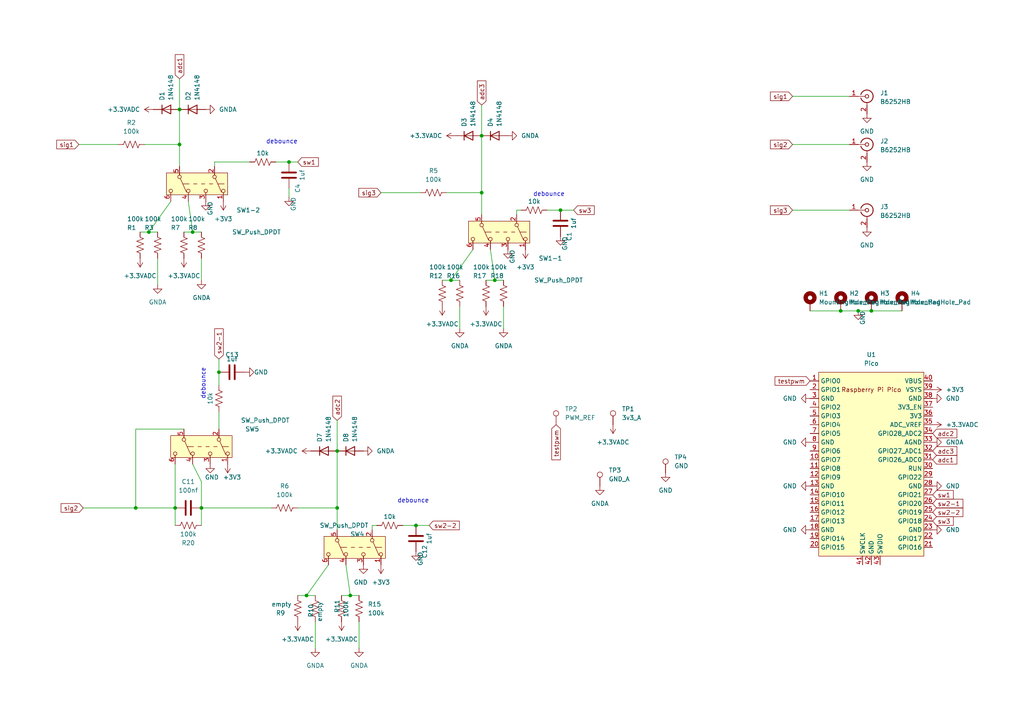
<source format=kicad_sch>
(kicad_sch (version 20230121) (generator eeschema)
  (paper "A4")
  (lib_symbols
    (symbol "Connector:Conn_Coaxial" (pin_names (offset 1.016) hide)
      (property "Reference" "J" (at 0.254 3.048 0))
      (property "Value" "Conn_Coaxial" (at 2.921 0 90))
      (symbol "Conn_Coaxial_0_1"
        (arc (start -1.778 -0.508) (mid 0.2311 -1.8066) (end 1.778 0) (stroke (width 0.254)))
        (polyline (pts (xy -2.54 0) (xy -0.508 0)))
        (polyline (pts (xy 0 -2.54) (xy 0 -1.778)))
        (circle (center 0 0) (radius 0.508) (stroke (width 0.2032)))
        (arc (start 1.778 0) (mid 0.2099 1.8101) (end -1.778 0.508) (stroke (width 0.254)))
      )
      (symbol "Conn_Coaxial_1_1"
        (pin passive line (at -5.08 0 0) (length 2.54) (name "In") (number "1"))
        (pin passive line (at 0 -5.08 90) (length 2.54) (name "Ext") (number "2"))
      )
    )
    (symbol "Connector:TestPoint" (pin_numbers hide) (pin_names (offset 0.762) hide)
      (property "Reference" "TP" (at 0 6.858 0))
      (property "Value" "TestPoint" (at 0 5.08 0))
      (symbol "TestPoint_0_1"
        (circle (center 0 3.302) (radius 0.762))
      )
      (symbol "TestPoint_1_1"
        (pin passive line (at 0 0 90) (length 2.54) (name "1") (number "1"))
      )
    )
    (symbol "Device:C" (pin_numbers hide) (pin_names (offset 0.254))
      (property "Reference" "C" (at 0.635 2.54 0))
      (property "Value" "C" (at 0.635 -2.54 0))
      (symbol "C_0_1"
        (polyline (pts (xy -2.032 -0.762) (xy 2.032 -0.762)) (stroke (width 0.508)))
        (polyline (pts (xy -2.032 0.762) (xy 2.032 0.762)) (stroke (width 0.508)))
      )
      (symbol "C_1_1"
        (pin passive line (at 0 3.81 270) (length 2.794) (name "~") (number "1"))
        (pin passive line (at 0 -3.81 90) (length 2.794) (name "~") (number "2"))
      )
    )
    (symbol "Device:R_US" (pin_numbers hide) (pin_names (offset 0))
      (property "Reference" "R" (at 2.54 0 90))
      (property "Value" "R_US" (at -2.54 0 90))
      (symbol "R_US_0_1"
        (polyline (pts (xy 0 -2.286) (xy 0 -2.54)))
        (polyline (pts (xy 0 2.286) (xy 0 2.54)))
        (polyline (pts (xy 0 -0.762) (xy 1.016 -1.143) (xy 0 -1.524) (xy -1.016 -1.905) (xy 0 -2.286)))
        (polyline (pts (xy 0 0.762) (xy 1.016 0.381) (xy 0 0) (xy -1.016 -0.381) (xy 0 -0.762)))
        (polyline (pts (xy 0 2.286) (xy 1.016 1.905) (xy 0 1.524) (xy -1.016 1.143) (xy 0 0.762)))
      )
      (symbol "R_US_1_1"
        (pin passive line (at 0 3.81 270) (length 1.27) (name "~") (number "1"))
        (pin passive line (at 0 -3.81 90) (length 1.27) (name "~") (number "2"))
      )
    )
    (symbol "Diode:1N4148" (pin_numbers hide) (pin_names hide)
      (property "Reference" "D" (at 0 2.54 0))
      (property "Value" "1N4148" (at 0 -2.54 0))
      (symbol "1N4148_0_1"
        (polyline (pts (xy -1.27 1.27) (xy -1.27 -1.27)) (stroke (width 0.254)))
        (polyline (pts (xy 1.27 0) (xy -1.27 0)))
        (polyline (pts (xy 1.27 1.27) (xy 1.27 -1.27) (xy -1.27 0) (xy 1.27 1.27)) (stroke (width 0.254)))
      )
      (symbol "1N4148_1_1"
        (pin passive line (at -3.81 0 0) (length 2.54) (name "K") (number "1"))
        (pin passive line (at 3.81 0 180) (length 2.54) (name "A") (number "2"))
      )
    )
    (symbol "MCU_RaspberryPi_and_Boards:Pico"
      (property "Reference" "U" (at -13.97 27.94 0))
      (property "Value" "Pico" (at 0 19.05 0))
      (symbol "Pico_0_0"
        (text "Raspberry Pi Pico" (at 0 21.59 0) (effects (font (size 1.27 1.27))))
      )
      (symbol "Pico_0_1"
        (rectangle (start -15.24 26.67) (end 15.24 -26.67) (fill (type background)))
      )
      (symbol "Pico_1_1"
        (pin bidirectional line (at -17.78 24.13 0) (length 2.54) (name "GPIO0") (number "1"))
        (pin bidirectional line (at -17.78 1.27 0) (length 2.54) (name "GPIO7") (number "10"))
        (pin bidirectional line (at -17.78 -1.27 0) (length 2.54) (name "GPIO8") (number "11"))
        (pin bidirectional line (at -17.78 -3.81 0) (length 2.54) (name "GPIO9") (number "12"))
        (pin power_in line (at -17.78 -6.35 0) (length 2.54) (name "GND") (number "13"))
        (pin bidirectional line (at -17.78 -8.89 0) (length 2.54) (name "GPIO10") (number "14"))
        (pin bidirectional line (at -17.78 -11.43 0) (length 2.54) (name "GPIO11") (number "15"))
        (pin bidirectional line (at -17.78 -13.97 0) (length 2.54) (name "GPIO12") (number "16"))
        (pin bidirectional line (at -17.78 -16.51 0) (length 2.54) (name "GPIO13") (number "17"))
        (pin power_in line (at -17.78 -19.05 0) (length 2.54) (name "GND") (number "18"))
        (pin bidirectional line (at -17.78 -21.59 0) (length 2.54) (name "GPIO14") (number "19"))
        (pin bidirectional line (at -17.78 21.59 0) (length 2.54) (name "GPIO1") (number "2"))
        (pin bidirectional line (at -17.78 -24.13 0) (length 2.54) (name "GPIO15") (number "20"))
        (pin bidirectional line (at 17.78 -24.13 180) (length 2.54) (name "GPIO16") (number "21"))
        (pin bidirectional line (at 17.78 -21.59 180) (length 2.54) (name "GPIO17") (number "22"))
        (pin power_in line (at 17.78 -19.05 180) (length 2.54) (name "GND") (number "23"))
        (pin bidirectional line (at 17.78 -16.51 180) (length 2.54) (name "GPIO18") (number "24"))
        (pin bidirectional line (at 17.78 -13.97 180) (length 2.54) (name "GPIO19") (number "25"))
        (pin bidirectional line (at 17.78 -11.43 180) (length 2.54) (name "GPIO20") (number "26"))
        (pin bidirectional line (at 17.78 -8.89 180) (length 2.54) (name "GPIO21") (number "27"))
        (pin power_in line (at 17.78 -6.35 180) (length 2.54) (name "GND") (number "28"))
        (pin bidirectional line (at 17.78 -3.81 180) (length 2.54) (name "GPIO22") (number "29"))
        (pin power_in line (at -17.78 19.05 0) (length 2.54) (name "GND") (number "3"))
        (pin input line (at 17.78 -1.27 180) (length 2.54) (name "RUN") (number "30"))
        (pin bidirectional line (at 17.78 1.27 180) (length 2.54) (name "GPIO26_ADC0") (number "31"))
        (pin bidirectional line (at 17.78 3.81 180) (length 2.54) (name "GPIO27_ADC1") (number "32"))
        (pin power_in line (at 17.78 6.35 180) (length 2.54) (name "AGND") (number "33"))
        (pin bidirectional line (at 17.78 8.89 180) (length 2.54) (name "GPIO28_ADC2") (number "34"))
        (pin power_in line (at 17.78 11.43 180) (length 2.54) (name "ADC_VREF") (number "35"))
        (pin power_in line (at 17.78 13.97 180) (length 2.54) (name "3V3") (number "36"))
        (pin input line (at 17.78 16.51 180) (length 2.54) (name "3V3_EN") (number "37"))
        (pin bidirectional line (at 17.78 19.05 180) (length 2.54) (name "GND") (number "38"))
        (pin power_in line (at 17.78 21.59 180) (length 2.54) (name "VSYS") (number "39"))
        (pin bidirectional line (at -17.78 16.51 0) (length 2.54) (name "GPIO2") (number "4"))
        (pin power_in line (at 17.78 24.13 180) (length 2.54) (name "VBUS") (number "40"))
        (pin input line (at -2.54 -29.21 90) (length 2.54) (name "SWCLK") (number "41"))
        (pin power_in line (at 0 -29.21 90) (length 2.54) (name "GND") (number "42"))
        (pin bidirectional line (at 2.54 -29.21 90) (length 2.54) (name "SWDIO") (number "43"))
        (pin bidirectional line (at -17.78 13.97 0) (length 2.54) (name "GPIO3") (number "5"))
        (pin bidirectional line (at -17.78 11.43 0) (length 2.54) (name "GPIO4") (number "6"))
        (pin bidirectional line (at -17.78 8.89 0) (length 2.54) (name "GPIO5") (number "7"))
        (pin power_in line (at -17.78 6.35 0) (length 2.54) (name "GND") (number "8"))
        (pin bidirectional line (at -17.78 3.81 0) (length 2.54) (name "GPIO6") (number "9"))
      )
    )
    (symbol "Mechanical:MountingHole_Pad" (pin_numbers hide) (pin_names (offset 1.016) hide)
      (property "Reference" "H" (at 0 6.35 0))
      (property "Value" "MountingHole_Pad" (at 0 4.445 0))
      (symbol "MountingHole_Pad_0_1"
        (circle (center 0 1.27) (radius 1.27) (stroke (width 1.27)))
      )
      (symbol "MountingHole_Pad_1_1"
        (pin input line (at 0 -2.54 90) (length 2.54) (name "1") (number "1"))
      )
    )
    (symbol "Switch:SW_Push_DPDT" (pin_names (offset 0) hide)
      (property "Reference" "SW" (at 0 10.16 0))
      (property "Value" "SW_Push_DPDT" (at 0 -10.16 0))
      (symbol "SW_Push_DPDT_0_0"
        (circle (center -2.032 -5.08) (radius 0.508))
        (circle (center -2.032 5.08) (radius 0.508))
        (circle (center 2.032 -7.62) (radius 0.508))
        (circle (center 2.032 2.54) (radius 0.508))
      )
      (symbol "SW_Push_DPDT_0_1"
        (polyline (pts (xy -1.524 -4.826) (xy 2.3368 -3.0988)))
        (polyline (pts (xy -1.524 5.334) (xy 2.3368 7.0612)))
        (polyline (pts (xy 0 -2.286) (xy 0 -4.064)))
        (polyline (pts (xy 0 -1.016) (xy 0 0)))
        (polyline (pts (xy 0 1.27) (xy 0 2.286)))
        (polyline (pts (xy 0 3.556) (xy 0 4.572)))
        (polyline (pts (xy 0 7.874) (xy 0 6.096)))
        (circle (center 2.032 -2.54) (radius 0.508))
        (circle (center 2.032 7.62) (radius 0.508))
      )
      (symbol "SW_Push_DPDT_1_1"
        (rectangle (start -3.175 8.89) (end 3.175 -8.89) (fill (type background)))
        (pin passive line (at 5.08 7.62 180) (length 2.54) (name "A") (number "1"))
        (pin passive line (at -5.08 5.08 0) (length 2.54) (name "B") (number "2"))
        (pin passive line (at 5.08 2.54 180) (length 2.54) (name "C") (number "3"))
        (pin passive line (at 5.08 -2.54 180) (length 2.54) (name "A") (number "4"))
        (pin passive line (at -5.08 -5.08 0) (length 2.54) (name "B") (number "5"))
        (pin passive line (at 5.08 -7.62 180) (length 2.54) (name "C") (number "6"))
      )
    )
    (symbol "power:+3.3VADC" (power) (pin_names (offset 0))
      (property "Value" "+3.3VADC" (at 0 2.54 0))
      (symbol "+3.3VADC_0_0"
        (pin power_in line (at 0 0 90) (length 0) hide (name "+3.3VADC") (number "1"))
      )
      (symbol "+3.3VADC_0_1"
        (polyline (pts (xy -0.762 1.27) (xy 0 2.54)))
        (polyline (pts (xy 0 0) (xy 0 2.54)))
        (polyline (pts (xy 0 2.54) (xy 0.762 1.27)))
      )
    )
    (symbol "power:+3V3" (power) (pin_names (offset 0))
      (property "Value" "+3V3" (at 0 3.556 0))
      (symbol "+3V3_0_1"
        (polyline (pts (xy -0.762 1.27) (xy 0 2.54)))
        (polyline (pts (xy 0 0) (xy 0 2.54)))
        (polyline (pts (xy 0 2.54) (xy 0.762 1.27)))
      )
      (symbol "+3V3_1_1"
        (pin power_in line (at 0 0 90) (length 0) hide (name "+3V3") (number "1"))
      )
    )
    (symbol "power:GND" (power) (pin_names (offset 0))
      (property "Value" "GND" (at 0 -3.81 0))
      (symbol "GND_0_1"
        (polyline (pts (xy 0 0) (xy 0 -1.27) (xy 1.27 -1.27) (xy 0 -2.54) (xy -1.27 -1.27) (xy 0 -1.27)))
      )
      (symbol "GND_1_1"
        (pin power_in line (at 0 0 270) (length 0) hide (name "GND") (number "1"))
      )
    )
    (symbol "power:GNDA" (power) (pin_names (offset 0))
      (property "Value" "GNDA" (at 0 -3.81 0))
      (symbol "GNDA_0_1"
        (polyline (pts (xy 0 0) (xy 0 -1.27) (xy 1.27 -1.27) (xy 0 -2.54) (xy -1.27 -1.27) (xy 0 -1.27)))
      )
      (symbol "GNDA_1_1"
        (pin power_in line (at 0 0 270) (length 0) hide (name "GNDA") (number "1"))
      )
    )
  )
  (junction (at 55.88 67.31))
  (junction (at 50.8 147.32))
  (junction (at 88.9 172.72))
  (junction (at 63.5 107.95))
  (junction (at 120.65 152.4))
  (junction (at 43.18 67.31))
  (junction (at 39.37 147.32))
  (junction (at 248.92 90.17))
  (junction (at 139.7 55.88))
  (junction (at 252.73 90.17))
  (junction (at 143.51 81.28))
  (junction (at 52.07 31.75))
  (junction (at 130.81 81.28))
  (junction (at 139.7 39.37))
  (junction (at 243.84 90.17))
  (junction (at 101.6 172.72))
  (junction (at 83.82 46.99))
  (junction (at 58.42 147.32))
  (junction (at 97.79 130.81))
  (junction (at 97.79 147.32))
  (junction (at 52.07 41.91))
  (junction (at 162.56 60.96))
  (wire (pts (xy 99.06 172.72) (xy 101.6 172.72)))
  (wire (pts (xy 229.87 41.91) (xy 246.38 41.91)))
  (wire (pts (xy 58.42 152.4) (xy 58.42 147.32)))
  (wire (pts (xy 72.39 46.99) (xy 62.23 46.99)))
  (wire (pts (xy 55.88 134.62) (xy 58.42 139.7)))
  (wire (pts (xy 130.81 81.28) (xy 133.35 81.28)))
  (wire (pts (xy 58.42 147.32) (xy 78.74 147.32)))
  (wire (pts (xy 40.64 67.31) (xy 43.18 67.31)))
  (wire (pts (xy 39.37 147.32) (xy 24.13 147.32)))
  (wire (pts (xy 140.97 81.28) (xy 143.51 81.28)))
  (wire (pts (xy 43.18 67.31) (xy 45.72 67.31)))
  (wire (pts (xy 229.87 60.96) (xy 246.38 60.96)))
  (wire (pts (xy 52.07 41.91) (xy 52.07 48.26)))
  (wire (pts (xy 120.65 152.4) (xy 116.84 152.4)))
  (wire (pts (xy 45.72 82.55) (xy 45.72 74.93)))
  (wire (pts (xy 139.7 39.37) (xy 139.7 30.48)))
  (wire (pts (xy 86.36 46.99) (xy 83.82 46.99)))
  (wire (pts (xy 107.95 152.4) (xy 107.95 153.67)))
  (wire (pts (xy 151.13 60.96) (xy 149.86 60.96)))
  (wire (pts (xy 97.79 130.81) (xy 97.79 147.32)))
  (wire (pts (xy 142.24 72.39) (xy 143.51 81.28)))
  (wire (pts (xy 97.79 147.32) (xy 97.79 153.67)))
  (wire (pts (xy 261.62 90.17) (xy 252.73 90.17)))
  (wire (pts (xy 50.8 152.4) (xy 50.8 147.32)))
  (wire (pts (xy 58.42 139.7) (xy 58.42 147.32)))
  (wire (pts (xy 149.86 60.96) (xy 149.86 62.23)))
  (wire (pts (xy 63.5 104.14) (xy 63.5 107.95)))
  (wire (pts (xy 39.37 147.32) (xy 50.8 147.32)))
  (wire (pts (xy 124.46 152.4) (xy 120.65 152.4)))
  (wire (pts (xy 137.16 72.39) (xy 130.81 81.28)))
  (wire (pts (xy 53.34 124.46) (xy 39.37 124.46)))
  (wire (pts (xy 55.88 67.31) (xy 58.42 67.31)))
  (wire (pts (xy 139.7 39.37) (xy 139.7 55.88)))
  (wire (pts (xy 53.34 67.31) (xy 55.88 67.31)))
  (wire (pts (xy 109.22 152.4) (xy 107.95 152.4)))
  (wire (pts (xy 110.49 55.88) (xy 121.92 55.88)))
  (wire (pts (xy 95.25 163.83) (xy 88.9 172.72)))
  (wire (pts (xy 252.73 90.17) (xy 248.92 90.17)))
  (wire (pts (xy 80.01 46.99) (xy 83.82 46.99)))
  (wire (pts (xy 248.92 90.17) (xy 243.84 90.17)))
  (wire (pts (xy 100.33 163.83) (xy 101.6 172.72)))
  (wire (pts (xy 104.14 187.96) (xy 104.14 180.34)))
  (wire (pts (xy 128.27 81.28) (xy 130.81 81.28)))
  (wire (pts (xy 39.37 124.46) (xy 39.37 147.32)))
  (wire (pts (xy 52.07 31.75) (xy 52.07 22.86)))
  (wire (pts (xy 86.36 172.72) (xy 88.9 172.72)))
  (wire (pts (xy 62.23 46.99) (xy 62.23 48.26)))
  (wire (pts (xy 139.7 55.88) (xy 139.7 62.23)))
  (wire (pts (xy 58.42 81.28) (xy 58.42 74.93)))
  (wire (pts (xy 86.36 147.32) (xy 97.79 147.32)))
  (wire (pts (xy 146.05 95.25) (xy 146.05 88.9)))
  (wire (pts (xy 52.07 31.75) (xy 52.07 41.91)))
  (wire (pts (xy 101.6 172.72) (xy 104.14 172.72)))
  (wire (pts (xy 91.44 187.96) (xy 91.44 180.34)))
  (wire (pts (xy 129.54 55.88) (xy 139.7 55.88)))
  (wire (pts (xy 41.91 41.91) (xy 52.07 41.91)))
  (wire (pts (xy 229.87 27.94) (xy 246.38 27.94)))
  (wire (pts (xy 97.79 130.81) (xy 97.79 121.92)))
  (wire (pts (xy 54.61 58.42) (xy 55.88 67.31)))
  (wire (pts (xy 162.56 60.96) (xy 158.75 60.96)))
  (wire (pts (xy 63.5 107.95) (xy 63.5 111.76)))
  (wire (pts (xy 22.86 41.91) (xy 34.29 41.91)))
  (wire (pts (xy 133.35 95.25) (xy 133.35 88.9)))
  (wire (pts (xy 166.37 60.96) (xy 162.56 60.96)))
  (wire (pts (xy 83.82 54.61) (xy 83.82 57.15)))
  (wire (pts (xy 50.8 134.62) (xy 50.8 147.32)))
  (wire (pts (xy 49.53 58.42) (xy 43.18 67.31)))
  (wire (pts (xy 63.5 119.38) (xy 63.5 124.46)))
  (wire (pts (xy 143.51 81.28) (xy 146.05 81.28)))
  (wire (pts (xy 243.84 90.17) (xy 234.95 90.17)))
  (wire (pts (xy 88.9 172.72) (xy 91.44 172.72)))
  (text "debounce" (at 59.69 106.68 90) (effects (font (size 1.27 1.27)) (justify right bottom)))
  (text "debounce" (at 86.36 41.91 0) (effects (font (size 1.27 1.27)) (justify right bottom)))
  (text "debounce" (at 124.46 146.05 0) (effects (font (size 1.27 1.27)) (justify right bottom)))
  (text "debounce" (at 163.83 57.15 0) (effects (font (size 1.27 1.27)) (justify right bottom)))
  (global_label "sw1" (shape input) (at 86.36 46.99 0) (property "Intersheetrefs" "${INTERSHEET_REFS}" (effects hide)))
  (global_label "sw3" (shape input) (at 270.51 151.13 0) (property "Intersheetrefs" "${INTERSHEET_REFS}" (effects hide)))
  (global_label "sig1" (shape input) (at 229.87 27.94 180) (property "Intersheetrefs" "${INTERSHEET_REFS}" (effects hide)))
  (global_label "adc3" (shape input) (at 139.7 30.48 90) (property "Intersheetrefs" "${INTERSHEET_REFS}" (effects hide)))
  (global_label "sw1" (shape input) (at 270.51 143.51 0) (property "Intersheetrefs" "${INTERSHEET_REFS}" (effects hide)))
  (global_label "sig3" (shape input) (at 229.87 60.96 180) (property "Intersheetrefs" "${INTERSHEET_REFS}" (effects hide)))
  (global_label "sw2-1" (shape input) (at 63.5 104.14 90) (property "Intersheetrefs" "${INTERSHEET_REFS}" (effects hide)))
  (global_label "adc2" (shape input) (at 270.51 125.73 0) (property "Intersheetrefs" "${INTERSHEET_REFS}" (effects hide)))
  (global_label "sw2-2" (shape input) (at 124.46 152.4 0) (property "Intersheetrefs" "${INTERSHEET_REFS}" (effects hide)))
  (global_label "adc1" (shape input) (at 52.07 22.86 90) (property "Intersheetrefs" "${INTERSHEET_REFS}" (effects hide)))
  (global_label "sig1" (shape input) (at 22.86 41.91 180) (property "Intersheetrefs" "${INTERSHEET_REFS}" (effects hide)))
  (global_label "sig3" (shape input) (at 110.49 55.88 180) (property "Intersheetrefs" "${INTERSHEET_REFS}" (effects hide)))
  (global_label "sig2" (shape input) (at 24.13 147.32 180) (property "Intersheetrefs" "${INTERSHEET_REFS}" (effects hide)))
  (global_label "adc1" (shape input) (at 270.51 133.35 0) (property "Intersheetrefs" "${INTERSHEET_REFS}" (effects hide)))
  (global_label "testpwm" (shape input) (at 161.29 123.19 270) (property "Intersheetrefs" "${INTERSHEET_REFS}" (effects hide)))
  (global_label "adc3" (shape input) (at 270.51 130.81 0) (property "Intersheetrefs" "${INTERSHEET_REFS}" (effects hide)))
  (global_label "sw2-1" (shape input) (at 270.51 146.05 0) (property "Intersheetrefs" "${INTERSHEET_REFS}" (effects hide)))
  (global_label "adc2" (shape input) (at 97.79 121.92 90) (property "Intersheetrefs" "${INTERSHEET_REFS}" (effects hide)))
  (global_label "sw3" (shape input) (at 166.37 60.96 0) (property "Intersheetrefs" "${INTERSHEET_REFS}" (effects hide)))
  (global_label "testpwm" (shape input) (at 234.95 110.49 180) (property "Intersheetrefs" "${INTERSHEET_REFS}" (effects hide)))
  (global_label "sig2" (shape input) (at 229.87 41.91 180) (property "Intersheetrefs" "${INTERSHEET_REFS}" (effects hide)))
  (global_label "sw2-2" (shape input) (at 270.51 148.59 0) (property "Intersheetrefs" "${INTERSHEET_REFS}" (effects hide)))
  (symbol (lib_id "power:GNDA") (at 91.44 187.96 0) (unit 1)
    (property "Reference" "#PWR09" (effects hide))
    (property "Value" "GNDA" (at 91.44 193.04 0))
  )
  (symbol (lib_id "Mechanical:MountingHole_Pad") (at 234.95 87.63 0) (unit 1)
    (property "Reference" "H1" (at 237.49 85.09 0) (effects (justify left)))
    (property "Value" "MountingHole_Pad" (at 237.49 87.63 0) (effects (justify left)))
    (property "Footprint" "MountingHole:MountingHole_3mm" (effects hide))
  )
  (symbol (lib_id "power:GND") (at 234.95 115.57 270) (unit 1)
    (property "Reference" "#PWR043" (effects hide))
    (property "Value" "GND" (at 231.14 115.57 90) (effects (justify right)))
  )
  (symbol (lib_id "Device:C") (at 120.65 156.21 180) (unit 1)
    (property "Reference" "C12" (at 123.19 160.02 90))
    (property "Value" "1uf" (at 124.46 156.21 90))
    (property "Footprint" "Capacitor_THT:C_Disc_D5.0mm_W2.5mm_P2.50mm" (effects hide))
  )
  (symbol (lib_id "power:GND") (at 234.95 140.97 270) (unit 1)
    (property "Reference" "#PWR042" (effects hide))
    (property "Value" "GND" (at 231.14 140.97 90) (effects (justify right)))
  )
  (symbol (lib_id "Device:R_US") (at 58.42 71.12 0) (unit 1)
    (property "Reference" "R8" (at 54.61 66.04 0) (effects (justify left)))
    (property "Value" "100k" (at 54.61 63.5 0) (effects (justify left)))
    (property "Footprint" "Resistor_THT:R_Axial_DIN0207_L6.3mm_D2.5mm_P10.16mm_Horizontal" (effects hide))
  )
  (symbol (lib_id "Connector:TestPoint") (at 161.29 123.19 0) (unit 1)
    (property "Reference" "TP2" (at 163.83 118.618 0) (effects (justify left)))
    (property "Value" "PWM_REF" (at 163.83 121.158 0) (effects (justify left)))
    (property "Footprint" "TestPoint:TestPoint_Pad_D3.0mm" (effects hide))
  )
  (symbol (lib_id "Device:C") (at 83.82 50.8 180) (unit 1)
    (property "Reference" "C4" (at 86.36 54.61 90))
    (property "Value" "1uf" (at 87.63 50.8 90))
    (property "Footprint" "Capacitor_THT:C_Disc_D5.0mm_W2.5mm_P2.50mm" (effects hide))
  )
  (symbol (lib_id "power:GND") (at 270.51 140.97 90) (unit 1)
    (property "Reference" "#PWR044" (effects hide))
    (property "Value" "GND" (at 274.32 140.97 90) (effects (justify right)))
  )
  (symbol (lib_id "Device:C") (at 54.61 147.32 90) (unit 1)
    (property "Reference" "C11" (at 54.61 139.7 90))
    (property "Value" "100nf" (at 54.61 142.24 90))
    (property "Footprint" "Capacitor_THT:C_Disc_D7.5mm_W5.0mm_P7.50mm" (effects hide))
  )
  (symbol (lib_id "power:GND") (at 59.69 58.42 0) (unit 1)
    (property "Reference" "#PWR013" (effects hide))
    (property "Value" "GND" (at 60.96 58.42 90) (effects (justify right)))
  )
  (symbol (lib_id "Device:C") (at 67.31 107.95 270) (unit 1)
    (property "Reference" "C13" (at 67.31 102.87 90))
    (property "Value" "1uf" (at 67.31 104.14 90))
    (property "Footprint" "Capacitor_THT:C_Disc_D5.0mm_W2.5mm_P2.50mm" (effects hide))
  )
  (symbol (lib_id "Device:R_US") (at 45.72 71.12 0) (unit 1)
    (property "Reference" "R3" (at 41.91 66.04 0) (effects (justify left)))
    (property "Value" "100k" (at 41.91 63.5 0) (effects (justify left)))
    (property "Footprint" "Resistor_THT:R_Axial_DIN0207_L6.3mm_D2.5mm_P10.16mm_Horizontal" (effects hide))
  )
  (symbol (lib_id "power:GNDA") (at 104.14 187.96 0) (unit 1)
    (property "Reference" "#PWR04" (effects hide))
    (property "Value" "GNDA" (at 104.14 193.04 0))
  )
  (symbol (lib_id "power:+3.3VADC") (at 44.45 31.75 90) (unit 1)
    (property "Reference" "#PWR025" (effects hide))
    (property "Value" "+3.3VADC" (at 40.64 31.75 90) (effects (justify left)))
  )
  (symbol (lib_id "Connector:Conn_Coaxial") (at 251.46 60.96 0) (unit 1)
    (property "Reference" "J3" (at 255.27 59.9832 0) (effects (justify left)))
    (property "Value" "B6252HB" (at 255.27 62.5232 0) (effects (justify left)))
    (property "Footprint" "Connector_Coaxial:BNC_Amphenol_B6252HB-NPP3G-50_Horizontal" (effects hide))
    (property "Datasheet" " ~" (effects hide))
  )
  (symbol (lib_id "power:GNDA") (at 270.51 128.27 90) (unit 1)
    (property "Reference" "#PWR030" (effects hide))
    (property "Value" "GNDA" (at 274.32 128.27 90) (effects (justify right)))
  )
  (symbol (lib_id "Diode:1N4148") (at 101.6 130.81 0) (unit 1)
    (property "Reference" "D8" (at 100.33 128.27 90) (effects (justify left)))
    (property "Value" "1N4148" (at 102.87 128.27 90) (effects (justify left)))
    (property "Footprint" "Diode_THT:D_DO-35_SOD27_P7.62mm_Horizontal" (effects hide))
    (property "Datasheet" "https://assets.nexperia.com/documents/data-sheet/1N4148_1N4448.pdf" (effects hide))
    (property "Sim.Device" "D" (effects hide))
    (property "Sim.Pins" "1=K 2=A" (effects hide))
  )
  (symbol (lib_id "power:GND") (at 105.41 163.83 0) (unit 1)
    (property "Reference" "#PWR028" (effects hide))
    (property "Value" "GND" (at 106.68 168.91 0) (effects (justify right)))
  )
  (symbol (lib_id "Diode:1N4148") (at 135.89 39.37 0) (unit 1)
    (property "Reference" "D3" (at 134.62 36.83 90) (effects (justify left)))
    (property "Value" "1N4148" (at 137.16 36.83 90) (effects (justify left)))
    (property "Footprint" "Diode_THT:D_DO-35_SOD27_P7.62mm_Horizontal" (effects hide))
    (property "Datasheet" "https://assets.nexperia.com/documents/data-sheet/1N4148_1N4448.pdf" (effects hide))
    (property "Sim.Device" "D" (effects hide))
    (property "Sim.Pins" "1=K 2=A" (effects hide))
  )
  (symbol (lib_id "Device:R_US") (at 53.34 71.12 0) (unit 1)
    (property "Reference" "R7" (at 49.53 66.04 0) (effects (justify left)))
    (property "Value" "100k" (at 49.53 63.5 0) (effects (justify left)))
    (property "Footprint" "Resistor_THT:R_Axial_DIN0207_L6.3mm_D2.5mm_P10.16mm_Horizontal" (effects hide))
  )
  (symbol (lib_id "Device:C") (at 162.56 64.77 180) (unit 1)
    (property "Reference" "C1" (at 165.1 68.58 90))
    (property "Value" "1uf" (at 166.37 64.77 90))
    (property "Footprint" "Capacitor_THT:C_Disc_D5.0mm_W2.5mm_P2.50mm" (effects hide))
  )
  (symbol (lib_id "power:+3.3VADC") (at 53.34 74.93 180) (unit 1)
    (property "Reference" "#PWR017" (effects hide))
    (property "Value" "+3.3VADC" (at 53.34 80.01 0))
  )
  (symbol (lib_id "power:+3.3VADC") (at 99.06 180.34 180) (unit 1)
    (property "Reference" "#PWR05" (effects hide))
    (property "Value" "+3.3VADC" (at 99.06 185.42 0))
  )
  (symbol (lib_id "power:GND") (at 251.46 33.02 0) (unit 1)
    (property "Reference" "#PWR011" (effects hide))
    (property "Value" "GND" (at 251.46 38.1 0))
  )
  (symbol (lib_id "power:GNDA") (at 105.41 130.81 90) (unit 1)
    (property "Reference" "#PWR010" (effects hide))
    (property "Value" "GNDA" (at 109.22 130.81 90) (effects (justify right)))
  )
  (symbol (lib_id "Mechanical:MountingHole_Pad") (at 243.84 87.63 0) (unit 1)
    (property "Reference" "H2" (at 246.38 85.09 0) (effects (justify left)))
    (property "Value" "MountingHole_Pad" (at 246.38 87.63 0) (effects (justify left)))
    (property "Footprint" "MountingHole:MountingHole_3mm" (effects hide))
  )
  (symbol (lib_id "power:GND") (at 270.51 115.57 90) (unit 1)
    (property "Reference" "#PWR046" (effects hide))
    (property "Value" "GND" (at 274.32 115.57 90) (effects (justify right)))
  )
  (symbol (lib_id "power:+3.3VADC") (at 128.27 88.9 180) (unit 1)
    (property "Reference" "#PWR021" (effects hide))
    (property "Value" "+3.3VADC" (at 128.27 93.98 0))
  )
  (symbol (lib_id "power:GND") (at 162.56 68.58 0) (unit 1)
    (property "Reference" "#PWR037" (effects hide))
    (property "Value" "GND" (at 163.83 68.58 90) (effects (justify right)))
  )
  (symbol (lib_id "power:GNDA") (at 58.42 81.28 0) (unit 1)
    (property "Reference" "#PWR03" (effects hide))
    (property "Value" "GNDA" (at 58.42 86.36 0))
  )
  (symbol (lib_id "Device:R_US") (at 133.35 85.09 0) (unit 1)
    (property "Reference" "R16" (at 129.54 80.01 0) (effects (justify left)))
    (property "Value" "100k" (at 129.54 77.47 0) (effects (justify left)))
    (property "Footprint" "Resistor_THT:R_Axial_DIN0207_L6.3mm_D2.5mm_P10.16mm_Horizontal" (effects hide))
  )
  (symbol (lib_id "power:GNDA") (at 59.69 31.75 90) (unit 1)
    (property "Reference" "#PWR034" (effects hide))
    (property "Value" "GNDA" (at 63.5 31.75 90) (effects (justify right)))
  )
  (symbol (lib_id "power:+3.3VADC") (at 270.51 123.19 270) (unit 1)
    (property "Reference" "#PWR029" (effects hide))
    (property "Value" "+3.3VADC" (at 274.32 123.19 90) (effects (justify left)))
  )
  (symbol (lib_id "Connector:TestPoint") (at 173.99 140.97 0) (unit 1)
    (property "Reference" "TP3" (at 176.53 136.398 0) (effects (justify left)))
    (property "Value" "GND_A" (at 176.53 138.938 0) (effects (justify left)))
    (property "Footprint" "TestPoint:TestPoint_Pad_D3.0mm" (effects hide))
  )
  (symbol (lib_id "power:GND") (at 60.96 134.62 0) (unit 1)
    (property "Reference" "#PWR033" (effects hide))
    (property "Value" "GND" (at 63.5 138.43 0) (effects (justify right)))
  )
  (symbol (lib_id "power:GNDA") (at 133.35 95.25 0) (unit 1)
    (property "Reference" "#PWR018" (effects hide))
    (property "Value" "GNDA" (at 133.35 100.33 0))
  )
  (symbol (lib_id "Device:R_US") (at 40.64 71.12 0) (unit 1)
    (property "Reference" "R1" (at 36.83 66.04 0) (effects (justify left)))
    (property "Value" "100k" (at 36.83 63.5 0) (effects (justify left)))
    (property "Footprint" "Resistor_THT:R_Axial_DIN0207_L6.3mm_D2.5mm_P10.16mm_Horizontal" (effects hide))
  )
  (symbol (lib_id "power:+3.3VADC") (at 140.97 88.9 180) (unit 1)
    (property "Reference" "#PWR023" (effects hide))
    (property "Value" "+3.3VADC" (at 140.97 93.98 0))
  )
  (symbol (lib_id "Device:R_US") (at 99.06 176.53 0) (unit 1)
    (property "Reference" "R11" (at 97.79 177.8 90) (effects (justify left)))
    (property "Value" "100k" (at 100.33 179.07 90) (effects (justify left)))
    (property "Footprint" "Resistor_THT:R_Axial_DIN0207_L6.3mm_D2.5mm_P10.16mm_Horizontal" (effects hide))
  )
  (symbol (lib_id "Device:R_US") (at 86.36 176.53 0) (unit 1)
    (property "Reference" "R9" (at 80.01 177.8 0) (effects (justify left)))
    (property "Value" "empty" (at 78.74 175.26 0) (effects (justify left)))
    (property "Footprint" "Resistor_THT:R_Axial_DIN0207_L6.3mm_D2.5mm_P10.16mm_Horizontal" (effects hide))
  )
  (symbol (lib_id "power:+3V3") (at 64.77 58.42 180) (unit 1)
    (property "Reference" "#PWR014" (effects hide))
    (property "Value" "+3V3" (at 64.77 63.5 0))
  )
  (symbol (lib_id "Device:R_US") (at 154.94 60.96 270) (unit 1)
    (property "Reference" "R19" (effects hide))
    (property "Value" "10k" (at 154.94 58.42 90))
    (property "Footprint" "Resistor_THT:R_Axial_DIN0207_L6.3mm_D2.5mm_P10.16mm_Horizontal" (effects hide))
  )
  (symbol (lib_id "power:GND") (at 193.04 137.16 0) (unit 1)
    (property "Reference" "#PWR038" (effects hide))
    (property "Value" "GND" (at 193.04 142.24 0))
  )
  (symbol (lib_id "power:GNDA") (at 45.72 82.55 0) (unit 1)
    (property "Reference" "#PWR02" (effects hide))
    (property "Value" "GNDA" (at 45.72 87.63 0))
  )
  (symbol (lib_id "Connector:TestPoint") (at 193.04 137.16 0) (unit 1)
    (property "Reference" "TP4" (at 195.58 132.588 0) (effects (justify left)))
    (property "Value" "GND" (at 195.58 135.128 0) (effects (justify left)))
    (property "Footprint" "TestPoint:TestPoint_Pad_D3.0mm" (effects hide))
  )
  (symbol (lib_id "power:GND") (at 120.65 160.02 0) (unit 1)
    (property "Reference" "#PWR026" (effects hide))
    (property "Value" "GND" (at 121.92 160.02 90) (effects (justify right)))
  )
  (symbol (lib_id "power:GND") (at 234.95 128.27 270) (unit 1)
    (property "Reference" "#PWR041" (effects hide))
    (property "Value" "GND" (at 231.14 128.27 90) (effects (justify right)))
  )
  (symbol (lib_id "Switch:SW_Push_DPDT") (at 144.78 67.31 270) (unit 1)
    (property "Reference" "SW1-1" (at 156.21 74.93 90) (effects (justify left)))
    (property "Value" "SW_Push_DPDT" (at 154.94 81.28 90) (effects (justify left)))
    (property "Footprint" "btn:button_switch_6mm" (effects hide))
  )
  (symbol (lib_id "power:+3.3VADC") (at 90.17 130.81 90) (unit 1)
    (property "Reference" "#PWR08" (effects hide))
    (property "Value" "+3.3VADC" (at 86.36 130.81 90) (effects (justify left)))
  )
  (symbol (lib_id "power:+3.3VADC") (at 40.64 74.93 180) (unit 1)
    (property "Reference" "#PWR06" (effects hide))
    (property "Value" "+3.3VADC" (at 40.64 80.01 0))
  )
  (symbol (lib_id "Diode:1N4148") (at 48.26 31.75 0) (unit 1)
    (property "Reference" "D1" (at 46.99 29.21 90) (effects (justify left)))
    (property "Value" "1N4148" (at 49.53 29.21 90) (effects (justify left)))
    (property "Footprint" "Diode_THT:D_DO-35_SOD27_P7.62mm_Horizontal" (effects hide))
    (property "Datasheet" "https://assets.nexperia.com/documents/data-sheet/1N4148_1N4448.pdf" (effects hide))
    (property "Sim.Device" "D" (effects hide))
    (property "Sim.Pins" "1=K 2=A" (effects hide))
  )
  (symbol (lib_id "MCU_RaspberryPi_and_Boards:Pico") (at 252.73 134.62 0) (unit 1)
    (property "Reference" "U1" (at 252.73 102.87 0))
    (property "Value" "Pico" (at 252.73 105.41 0))
    (property "Footprint" "MCU_RaspberryPi_and_Boards3:RPi_Pico_SMD_TH" (effects hide))
  )
  (symbol (lib_id "Device:R_US") (at 38.1 41.91 270) (unit 1)
    (property "Reference" "R2" (at 38.1 35.56 90))
    (property "Value" "100k" (at 38.1 38.1 90))
    (property "Footprint" "Resistor_THT:R_Axial_DIN0207_L6.3mm_D2.5mm_P10.16mm_Horizontal" (effects hide))
  )
  (symbol (lib_id "power:+3V3") (at 66.04 134.62 180) (unit 1)
    (property "Reference" "#PWR032" (effects hide))
    (property "Value" "+3V3" (at 67.31 138.43 0))
  )
  (symbol (lib_id "power:GNDA") (at 146.05 95.25 0) (unit 1)
    (property "Reference" "#PWR022" (effects hide))
    (property "Value" "GNDA" (at 146.05 100.33 0))
  )
  (symbol (lib_id "Mechanical:MountingHole_Pad") (at 261.62 87.63 0) (unit 1)
    (property "Reference" "H4" (at 264.16 85.09 0) (effects (justify left)))
    (property "Value" "MountingHole_Pad" (at 264.16 87.63 0) (effects (justify left)))
    (property "Footprint" "MountingHole:MountingHole_3mm" (effects hide))
  )
  (symbol (lib_id "Device:R_US") (at 146.05 85.09 0) (unit 1)
    (property "Reference" "R18" (at 142.24 80.01 0) (effects (justify left)))
    (property "Value" "100k" (at 142.24 77.47 0) (effects (justify left)))
    (property "Footprint" "Resistor_THT:R_Axial_DIN0207_L6.3mm_D2.5mm_P10.16mm_Horizontal" (effects hide))
  )
  (symbol (lib_id "power:GND") (at 83.82 57.15 0) (unit 1)
    (property "Reference" "#PWR015" (effects hide))
    (property "Value" "GND" (at 85.09 57.15 90) (effects (justify right)))
  )
  (symbol (lib_id "Connector:Conn_Coaxial") (at 251.46 41.91 0) (unit 1)
    (property "Reference" "J2" (at 255.27 40.9332 0) (effects (justify left)))
    (property "Value" "B6252HB" (at 255.27 43.4732 0) (effects (justify left)))
    (property "Footprint" "Connector_Coaxial:BNC_Amphenol_B6252HB-NPP3G-50_Horizontal" (effects hide))
    (property "Datasheet" " ~" (effects hide))
  )
  (symbol (lib_id "Device:R_US") (at 76.2 46.99 270) (unit 1)
    (property "Reference" "R4" (effects hide))
    (property "Value" "10k" (at 76.2 44.45 90))
    (property "Footprint" "Resistor_THT:R_Axial_DIN0207_L6.3mm_D2.5mm_P10.16mm_Horizontal" (effects hide))
  )
  (symbol (lib_id "Switch:SW_Push_DPDT") (at 102.87 158.75 270) (unit 1)
    (property "Reference" "SW4" (at 101.6 154.94 90) (effects (justify left)))
    (property "Value" "SW_Push_DPDT" (at 92.71 152.4 90) (effects (justify left)))
    (property "Footprint" "btn:button_switch_6mm" (effects hide))
  )
  (symbol (lib_id "power:GND") (at 251.46 66.04 0) (unit 1)
    (property "Reference" "#PWR07" (effects hide))
    (property "Value" "GND" (at 251.46 71.12 0))
  )
  (symbol (lib_id "Device:R_US") (at 63.5 115.57 0) (unit 1)
    (property "Reference" "R14" (effects hide))
    (property "Value" "10k" (at 60.96 115.57 90))
    (property "Footprint" "Resistor_THT:R_Axial_DIN0207_L6.3mm_D2.5mm_P10.16mm_Horizontal" (effects hide))
  )
  (symbol (lib_id "Connector:TestPoint") (at 177.8 123.19 0) (unit 1)
    (property "Reference" "TP1" (at 180.34 118.618 0) (effects (justify left)))
    (property "Value" "3v3_A" (at 180.34 121.158 0) (effects (justify left)))
    (property "Footprint" "TestPoint:TestPoint_Pad_D3.0mm" (effects hide))
  )
  (symbol (lib_id "Device:R_US") (at 82.55 147.32 270) (unit 1)
    (property "Reference" "R6" (at 82.55 140.97 90))
    (property "Value" "100k" (at 82.55 143.51 90))
    (property "Footprint" "Resistor_THT:R_Axial_DIN0207_L6.3mm_D2.5mm_P10.16mm_Horizontal" (effects hide))
  )
  (symbol (lib_id "Connector:Conn_Coaxial") (at 251.46 27.94 0) (unit 1)
    (property "Reference" "J1" (at 255.27 26.9632 0) (effects (justify left)))
    (property "Value" "B6252HB" (at 255.27 29.5032 0) (effects (justify left)))
    (property "Footprint" "Connector_Coaxial:BNC_Amphenol_B6252HB-NPP3G-50_Horizontal" (effects hide))
    (property "Datasheet" " ~" (effects hide))
  )
  (symbol (lib_id "power:+3V3") (at 152.4 72.39 180) (unit 1)
    (property "Reference" "#PWR036" (effects hide))
    (property "Value" "+3V3" (at 152.4 77.47 0))
  )
  (symbol (lib_id "Device:R_US") (at 54.61 152.4 270) (unit 1)
    (property "Reference" "R20" (at 54.61 157.48 90))
    (property "Value" "100k" (at 54.61 154.94 90))
    (property "Footprint" "Resistor_THT:R_Axial_DIN0207_L6.3mm_D2.5mm_P10.16mm_Horizontal" (effects hide))
  )
  (symbol (lib_id "power:+3V3") (at 270.51 113.03 270) (unit 1)
    (property "Reference" "#PWR039" (effects hide))
    (property "Value" "+3V3" (at 274.32 113.03 90) (effects (justify left)))
  )
  (symbol (lib_id "Diode:1N4148") (at 93.98 130.81 0) (unit 1)
    (property "Reference" "D7" (at 92.71 128.27 90) (effects (justify left)))
    (property "Value" "1N4148" (at 95.25 128.27 90) (effects (justify left)))
    (property "Footprint" "Diode_THT:D_DO-35_SOD27_P7.62mm_Horizontal" (effects hide))
    (property "Datasheet" "https://assets.nexperia.com/documents/data-sheet/1N4148_1N4448.pdf" (effects hide))
    (property "Sim.Device" "D" (effects hide))
    (property "Sim.Pins" "1=K 2=A" (effects hide))
  )
  (symbol (lib_id "power:GNDA") (at 173.99 140.97 0) (unit 1)
    (property "Reference" "#PWR047" (effects hide))
    (property "Value" "GNDA" (at 173.99 146.05 0))
  )
  (symbol (lib_id "power:GND") (at 248.92 90.17 0) (unit 1)
    (property "Reference" "#PWR01" (effects hide))
    (property "Value" "GND" (at 250.19 90.17 90) (effects (justify right)))
  )
  (symbol (lib_id "power:GND") (at 270.51 153.67 90) (unit 1)
    (property "Reference" "#PWR045" (effects hide))
    (property "Value" "GND" (at 274.32 153.67 90) (effects (justify right)))
  )
  (symbol (lib_id "Device:R_US") (at 91.44 176.53 0) (unit 1)
    (property "Reference" "R10" (at 90.17 179.07 90) (effects (justify left)))
    (property "Value" "empty" (at 92.71 180.34 90) (effects (justify left)))
    (property "Footprint" "Resistor_THT:R_Axial_DIN0207_L6.3mm_D2.5mm_P10.16mm_Horizontal" (effects hide))
  )
  (symbol (lib_id "power:+3.3VADC") (at 177.8 123.19 180) (unit 1)
    (property "Reference" "#PWR016" (effects hide))
    (property "Value" "+3.3VADC" (at 177.8 128.27 0))
  )
  (symbol (lib_id "power:GND") (at 147.32 72.39 0) (unit 1)
    (property "Reference" "#PWR035" (effects hide))
    (property "Value" "GND" (at 148.59 72.39 90) (effects (justify right)))
  )
  (symbol (lib_id "Diode:1N4148") (at 55.88 31.75 0) (unit 1)
    (property "Reference" "D2" (at 54.61 29.21 90) (effects (justify left)))
    (property "Value" "1N4148" (at 57.15 29.21 90) (effects (justify left)))
    (property "Footprint" "Diode_THT:D_DO-35_SOD27_P7.62mm_Horizontal" (effects hide))
    (property "Datasheet" "https://assets.nexperia.com/documents/data-sheet/1N4148_1N4448.pdf" (effects hide))
    (property "Sim.Device" "D" (effects hide))
    (property "Sim.Pins" "1=K 2=A" (effects hide))
  )
  (symbol (lib_id "power:+3.3VADC") (at 132.08 39.37 90) (unit 1)
    (property "Reference" "#PWR019" (effects hide))
    (property "Value" "+3.3VADC" (at 128.27 39.37 90) (effects (justify left)))
  )
  (symbol (lib_id "Device:R_US") (at 104.14 176.53 0) (unit 1)
    (property "Reference" "R15" (at 106.68 175.26 0) (effects (justify left)))
    (property "Value" "100k" (at 106.68 177.8 0) (effects (justify left)))
    (property "Footprint" "Resistor_THT:R_Axial_DIN0207_L6.3mm_D2.5mm_P10.16mm_Horizontal" (effects hide))
  )
  (symbol (lib_id "Mechanical:MountingHole_Pad") (at 252.73 87.63 0) (unit 1)
    (property "Reference" "H3" (at 255.27 85.09 0) (effects (justify left)))
    (property "Value" "MountingHole_Pad" (at 255.27 87.63 0) (effects (justify left)))
    (property "Footprint" "MountingHole:MountingHole_3mm" (effects hide))
  )
  (symbol (lib_id "power:GND") (at 71.12 107.95 90) (unit 1)
    (property "Reference" "#PWR031" (effects hide))
    (property "Value" "GND" (at 73.66 107.95 90) (effects (justify right)))
  )
  (symbol (lib_id "Switch:SW_Push_DPDT") (at 58.42 129.54 270) (unit 1)
    (property "Reference" "SW5" (at 71.12 124.46 90) (effects (justify left)))
    (property "Value" "SW_Push_DPDT" (at 69.85 121.92 90) (effects (justify left)))
    (property "Footprint" "btn:button_switch_6mm" (effects hide))
  )
  (symbol (lib_id "power:GNDA") (at 147.32 39.37 90) (unit 1)
    (property "Reference" "#PWR024" (effects hide))
    (property "Value" "GNDA" (at 151.13 39.37 90) (effects (justify right)))
  )
  (symbol (lib_id "power:GND") (at 251.46 46.99 0) (unit 1)
    (property "Reference" "#PWR012" (effects hide))
    (property "Value" "GND" (at 251.46 52.07 0))
  )
  (symbol (lib_id "Diode:1N4148") (at 143.51 39.37 0) (unit 1)
    (property "Reference" "D4" (at 142.24 36.83 90) (effects (justify left)))
    (property "Value" "1N4148" (at 144.78 36.83 90) (effects (justify left)))
    (property "Footprint" "Diode_THT:D_DO-35_SOD27_P7.62mm_Horizontal" (effects hide))
    (property "Datasheet" "https://assets.nexperia.com/documents/data-sheet/1N4148_1N4448.pdf" (effects hide))
    (property "Sim.Device" "D" (effects hide))
    (property "Sim.Pins" "1=K 2=A" (effects hide))
  )
  (symbol (lib_id "Device:R_US") (at 128.27 85.09 0) (unit 1)
    (property "Reference" "R12" (at 124.46 80.01 0) (effects (justify left)))
    (property "Value" "100k" (at 124.46 77.47 0) (effects (justify left)))
    (property "Footprint" "Resistor_THT:R_Axial_DIN0207_L6.3mm_D2.5mm_P10.16mm_Horizontal" (effects hide))
  )
  (symbol (lib_id "Device:R_US") (at 113.03 152.4 270) (unit 1)
    (property "Reference" "R13" (effects hide))
    (property "Value" "10k" (at 113.03 149.86 90))
    (property "Footprint" "Resistor_THT:R_Axial_DIN0207_L6.3mm_D2.5mm_P10.16mm_Horizontal" (effects hide))
  )
  (symbol (lib_id "power:+3.3VADC") (at 86.36 180.34 180) (unit 1)
    (property "Reference" "#PWR020" (effects hide))
    (property "Value" "+3.3VADC" (at 86.36 185.42 0))
  )
  (symbol (lib_id "Switch:SW_Push_DPDT") (at 57.15 53.34 270) (unit 1)
    (property "Reference" "SW1-2" (at 68.58 60.96 90) (effects (justify left)))
    (property "Value" "SW_Push_DPDT" (at 67.31 67.31 90) (effects (justify left)))
    (property "Footprint" "btn:button_switch_6mm" (effects hide))
  )
  (symbol (lib_id "Device:R_US") (at 140.97 85.09 0) (unit 1)
    (property "Reference" "R17" (at 137.16 80.01 0) (effects (justify left)))
    (property "Value" "100k" (at 137.16 77.47 0) (effects (justify left)))
    (property "Footprint" "Resistor_THT:R_Axial_DIN0207_L6.3mm_D2.5mm_P10.16mm_Horizontal" (effects hide))
  )
  (symbol (lib_id "power:GND") (at 234.95 153.67 270) (unit 1)
    (property "Reference" "#PWR040" (effects hide))
    (property "Value" "GND" (at 231.14 153.67 90) (effects (justify right)))
  )
  (symbol (lib_id "Device:R_US") (at 125.73 55.88 270) (unit 1)
    (property "Reference" "R5" (at 125.73 49.53 90))
    (property "Value" "100k" (at 125.73 52.07 90))
    (property "Footprint" "Resistor_THT:R_Axial_DIN0207_L6.3mm_D2.5mm_P10.16mm_Horizontal" (effects hide))
  )
  (symbol (lib_id "power:+3V3") (at 110.49 163.83 180) (unit 1)
    (property "Reference" "#PWR027" (effects hide))
    (property "Value" "+3V3" (at 110.49 168.91 0))
  )
)
</source>
